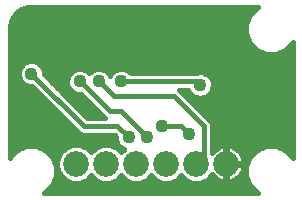
<source format=gbl>
G75*
G70*
%OFA0B0*%
%FSLAX24Y24*%
%IPPOS*%
%LPD*%
%AMOC8*
5,1,8,0,0,1.08239X$1,22.5*
%
%ADD10C,0.0860*%
%ADD11C,0.0436*%
%ADD12C,0.0160*%
D10*
X002940Y001690D03*
X003940Y001690D03*
X004940Y001690D03*
X005940Y001690D03*
X006940Y001690D03*
X007940Y001690D03*
D11*
X006690Y002690D03*
X005815Y002940D03*
X005315Y002565D03*
X004690Y002565D03*
X007065Y004315D03*
X008940Y003315D03*
X004440Y004440D03*
X003690Y004440D03*
X003065Y004440D03*
X001440Y004690D03*
X001440Y006690D03*
D12*
X001873Y000719D02*
X009006Y000719D01*
X008969Y000735D01*
X008735Y000969D01*
X008608Y001274D01*
X008608Y001605D01*
X008735Y001910D01*
X008969Y002144D01*
X009274Y002271D01*
X009605Y002271D01*
X009910Y002144D01*
X010144Y001910D01*
X010160Y001873D01*
X010160Y005756D01*
X010144Y005719D01*
X009910Y005485D01*
X009605Y005358D01*
X009274Y005358D01*
X008969Y005485D01*
X008735Y005719D01*
X008608Y006024D01*
X008608Y006355D01*
X008735Y006660D01*
X008969Y006894D01*
X009006Y006910D01*
X001439Y006910D01*
X001327Y006901D01*
X001113Y006831D01*
X000930Y006699D01*
X000798Y006516D01*
X000728Y006302D01*
X000719Y006190D01*
X000719Y006134D01*
X000719Y001873D01*
X000735Y001910D01*
X000969Y002144D01*
X001274Y002271D01*
X001605Y002271D01*
X001910Y002144D01*
X002144Y001910D01*
X002271Y001605D01*
X002271Y001274D01*
X002144Y000969D01*
X001910Y000735D01*
X001873Y000719D01*
X001904Y000732D02*
X008975Y000732D01*
X008813Y000891D02*
X002066Y000891D01*
X002178Y001049D02*
X008701Y001049D01*
X008636Y001208D02*
X008280Y001208D01*
X008249Y001185D02*
X008166Y001143D01*
X008078Y001114D01*
X007986Y001100D01*
X007968Y001099D01*
X007968Y001661D01*
X007968Y001718D01*
X007911Y001718D01*
X007911Y002279D01*
X007893Y002279D01*
X007801Y002265D01*
X007713Y002236D01*
X007630Y002194D01*
X007555Y002140D01*
X007489Y002074D01*
X007471Y002049D01*
X007469Y002050D01*
X007469Y002995D01*
X007427Y003098D01*
X007348Y003177D01*
X006365Y004160D01*
X006676Y004160D01*
X006710Y004078D01*
X006828Y003960D01*
X006981Y003896D01*
X007148Y003896D01*
X007301Y003960D01*
X007419Y004078D01*
X007483Y004231D01*
X007483Y004398D01*
X007419Y004551D01*
X007301Y004669D01*
X007148Y004733D01*
X006981Y004733D01*
X006950Y004719D01*
X006884Y004719D01*
X004751Y004719D01*
X004676Y004794D01*
X004523Y004858D01*
X004356Y004858D01*
X004203Y004794D01*
X004085Y004676D01*
X004065Y004627D01*
X004044Y004676D01*
X003926Y004794D01*
X003773Y004858D01*
X003606Y004858D01*
X003453Y004794D01*
X003377Y004718D01*
X003301Y004794D01*
X003148Y004858D01*
X002981Y004858D01*
X002828Y004794D01*
X002710Y004676D01*
X002646Y004523D01*
X002646Y004356D01*
X002710Y004203D01*
X002828Y004085D01*
X002981Y004021D01*
X003087Y004021D01*
X003827Y003281D01*
X003889Y003219D01*
X003305Y003219D01*
X001858Y004667D01*
X001858Y004773D01*
X001794Y004926D01*
X001676Y005044D01*
X001523Y005108D01*
X001356Y005108D01*
X001203Y005044D01*
X001085Y004926D01*
X001021Y004773D01*
X001021Y004606D01*
X001085Y004453D01*
X001203Y004335D01*
X001356Y004271D01*
X001462Y004271D01*
X003031Y002702D01*
X003134Y002660D01*
X003245Y002660D01*
X004199Y002660D01*
X004271Y002587D01*
X004271Y002481D01*
X004335Y002328D01*
X004453Y002210D01*
X004535Y002176D01*
X004439Y002080D01*
X004296Y002224D01*
X004065Y002319D01*
X003814Y002319D01*
X003583Y002224D01*
X003439Y002080D01*
X003296Y002224D01*
X003065Y002319D01*
X002814Y002319D01*
X002583Y002224D01*
X002405Y002046D01*
X002310Y001815D01*
X002310Y001564D01*
X002405Y001333D01*
X002583Y001155D01*
X002814Y001060D01*
X003065Y001060D01*
X003296Y001155D01*
X003439Y001299D01*
X003583Y001155D01*
X003814Y001060D01*
X004065Y001060D01*
X004296Y001155D01*
X004439Y001299D01*
X004583Y001155D01*
X004814Y001060D01*
X005065Y001060D01*
X005296Y001155D01*
X005439Y001299D01*
X005583Y001155D01*
X005814Y001060D01*
X006065Y001060D01*
X006296Y001155D01*
X006439Y001299D01*
X006583Y001155D01*
X006814Y001060D01*
X007065Y001060D01*
X007296Y001155D01*
X007471Y001330D01*
X007489Y001305D01*
X007555Y001239D01*
X007630Y001185D01*
X007713Y001143D01*
X007801Y001114D01*
X007893Y001100D01*
X007911Y001100D01*
X007911Y001661D01*
X007968Y001661D01*
X008529Y001661D01*
X008529Y001643D01*
X008515Y001551D01*
X008486Y001463D01*
X008444Y001380D01*
X008390Y001305D01*
X008324Y001239D01*
X008249Y001185D01*
X008434Y001366D02*
X008608Y001366D01*
X008608Y001525D02*
X008506Y001525D01*
X008529Y001718D02*
X008529Y001736D01*
X008515Y001828D01*
X008486Y001916D01*
X008444Y001999D01*
X008390Y002074D01*
X008324Y002140D01*
X008249Y002194D01*
X008166Y002236D01*
X008078Y002265D01*
X007986Y002279D01*
X007968Y002279D01*
X007968Y001718D01*
X008529Y001718D01*
X008641Y001684D02*
X007968Y001684D01*
X007968Y001842D02*
X007911Y001842D01*
X007911Y002001D02*
X007968Y002001D01*
X007968Y002159D02*
X007911Y002159D01*
X007582Y002159D02*
X007469Y002159D01*
X007469Y002318D02*
X010160Y002318D01*
X010160Y002476D02*
X007469Y002476D01*
X007469Y002635D02*
X010160Y002635D01*
X010160Y002793D02*
X007469Y002793D01*
X007469Y002952D02*
X010160Y002952D01*
X010160Y003110D02*
X007415Y003110D01*
X007256Y003269D02*
X010160Y003269D01*
X010160Y003427D02*
X007097Y003427D01*
X006939Y003586D02*
X010160Y003586D01*
X010160Y003745D02*
X006780Y003745D01*
X006622Y003903D02*
X006965Y003903D01*
X007164Y003903D02*
X010160Y003903D01*
X010160Y004062D02*
X007403Y004062D01*
X007478Y004220D02*
X010160Y004220D01*
X010160Y004379D02*
X007483Y004379D01*
X007425Y004537D02*
X010160Y004537D01*
X010160Y004696D02*
X007236Y004696D01*
X006940Y004440D02*
X007065Y004315D01*
X006940Y004440D02*
X004440Y004440D01*
X004105Y004696D02*
X004024Y004696D01*
X003780Y004854D02*
X004349Y004854D01*
X004530Y004854D02*
X010160Y004854D01*
X010160Y005013D02*
X001707Y005013D01*
X001824Y004854D02*
X002974Y004854D01*
X003155Y004854D02*
X003599Y004854D01*
X003690Y004440D02*
X004190Y003940D01*
X006190Y003940D01*
X007190Y002940D01*
X007190Y001940D01*
X006940Y001690D01*
X007349Y001208D02*
X007599Y001208D01*
X007911Y001208D02*
X007968Y001208D01*
X007968Y001366D02*
X007911Y001366D01*
X007911Y001525D02*
X007968Y001525D01*
X008510Y001842D02*
X008707Y001842D01*
X008825Y002001D02*
X008443Y002001D01*
X008297Y002159D02*
X009005Y002159D01*
X009874Y002159D02*
X010160Y002159D01*
X010160Y002001D02*
X010054Y002001D01*
X006690Y002690D02*
X006440Y002940D01*
X005815Y002940D01*
X005315Y002565D02*
X004440Y003440D01*
X004065Y003440D01*
X003065Y004440D01*
X002730Y004696D02*
X001858Y004696D01*
X001988Y004537D02*
X002652Y004537D01*
X002646Y004379D02*
X002146Y004379D01*
X002305Y004220D02*
X002703Y004220D01*
X002884Y004062D02*
X002463Y004062D01*
X002622Y003903D02*
X003205Y003903D01*
X003364Y003745D02*
X002780Y003745D01*
X002939Y003586D02*
X003522Y003586D01*
X003681Y003427D02*
X003097Y003427D01*
X003256Y003269D02*
X003839Y003269D01*
X004315Y002940D02*
X003190Y002940D01*
X001440Y004690D01*
X001055Y004854D02*
X000719Y004854D01*
X000719Y004696D02*
X001021Y004696D01*
X001050Y004537D02*
X000719Y004537D01*
X000719Y004379D02*
X001159Y004379D01*
X001513Y004220D02*
X000719Y004220D01*
X000719Y004062D02*
X001671Y004062D01*
X001830Y003903D02*
X000719Y003903D01*
X000719Y003745D02*
X001989Y003745D01*
X002147Y003586D02*
X000719Y003586D01*
X000719Y003427D02*
X002306Y003427D01*
X002464Y003269D02*
X000719Y003269D01*
X000719Y003110D02*
X002623Y003110D01*
X002781Y002952D02*
X000719Y002952D01*
X000719Y002793D02*
X002940Y002793D01*
X003069Y002318D02*
X003810Y002318D01*
X004069Y002318D02*
X004345Y002318D01*
X004361Y002159D02*
X004518Y002159D01*
X004274Y002476D02*
X000719Y002476D01*
X000719Y002318D02*
X002810Y002318D01*
X002518Y002159D02*
X001874Y002159D01*
X002054Y002001D02*
X002386Y002001D01*
X002321Y001842D02*
X002172Y001842D01*
X002238Y001684D02*
X002310Y001684D01*
X002326Y001525D02*
X002271Y001525D01*
X002271Y001366D02*
X002391Y001366D01*
X002530Y001208D02*
X002243Y001208D01*
X003349Y001208D02*
X003530Y001208D01*
X004349Y001208D02*
X004530Y001208D01*
X005349Y001208D02*
X005530Y001208D01*
X006349Y001208D02*
X006530Y001208D01*
X004690Y002565D02*
X004315Y002940D01*
X004223Y002635D02*
X000719Y002635D01*
X000719Y002159D02*
X001005Y002159D01*
X000825Y002001D02*
X000719Y002001D01*
X003361Y002159D02*
X003518Y002159D01*
X006463Y004062D02*
X006726Y004062D01*
X008806Y005647D02*
X000719Y005647D01*
X000719Y005806D02*
X008699Y005806D01*
X008633Y005964D02*
X000719Y005964D01*
X000719Y006123D02*
X008608Y006123D01*
X008608Y006281D02*
X000727Y006281D01*
X000773Y006440D02*
X008644Y006440D01*
X008709Y006598D02*
X000857Y006598D01*
X001011Y006757D02*
X008831Y006757D01*
X010073Y005647D02*
X010160Y005647D01*
X010160Y005489D02*
X009914Y005489D01*
X010160Y005330D02*
X000719Y005330D01*
X000719Y005171D02*
X010160Y005171D01*
X008965Y005489D02*
X000719Y005489D01*
X000719Y005013D02*
X001172Y005013D01*
M02*

</source>
